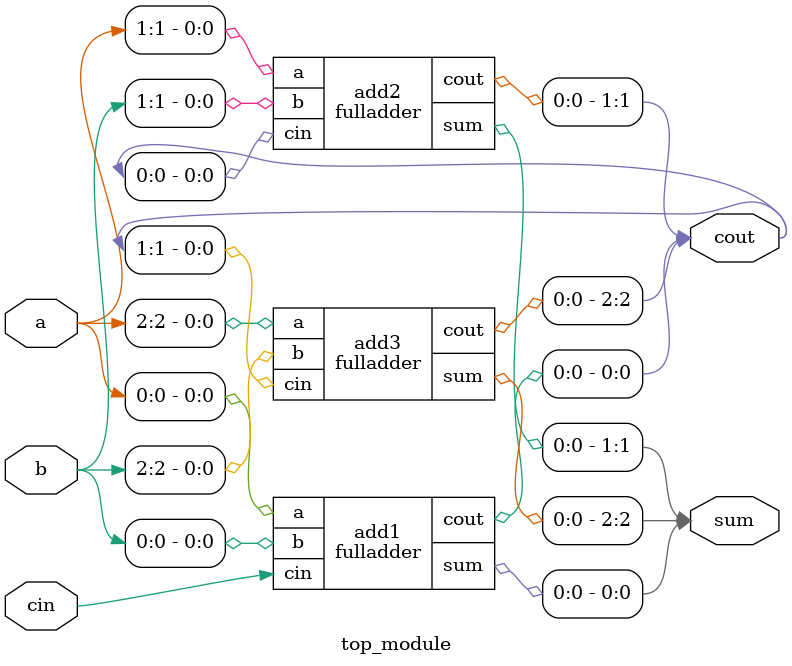
<source format=v>
module fulladder(
                 input a, b, cin,
                 output cout, sum );

   assign sum = a ^ b ^ cin;
   assign cout = (a & b) | (cin & (a ^ b));

endmodule

module top_module(
                  input [2:0]  a, b,
                  input        cin,
                  output [2:0] cout,
                  output [2:0] sum );

   fulladder add1(a[0], b[0], cin, cout[0], sum[0]);
   fulladder add2(a[1], b[1], cout[0], cout[1], sum[1]);
   fulladder add3(a[2], b[2], cout[1], cout[2], sum[2]);

endmodule

</source>
